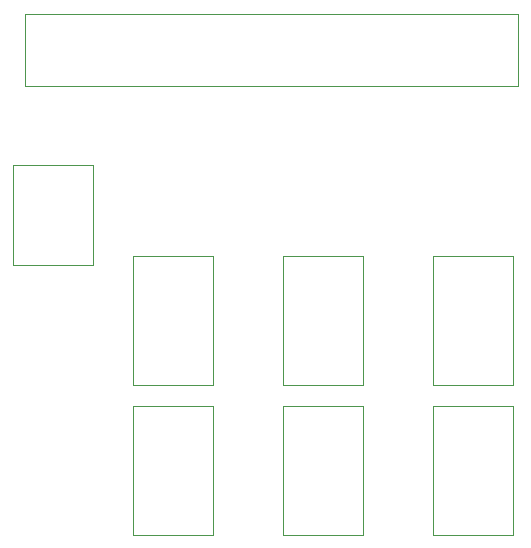
<source format=gbr>
G04 #@! TF.FileFunction,Other,User*
%FSLAX46Y46*%
G04 Gerber Fmt 4.6, Leading zero omitted, Abs format (unit mm)*
G04 Created by KiCad (PCBNEW 4.0.6-e0-6349~52~ubuntu16.10.1) date Tue Jul  4 23:13:23 2017*
%MOMM*%
%LPD*%
G01*
G04 APERTURE LIST*
%ADD10C,0.100000*%
%ADD11C,0.050000*%
G04 APERTURE END LIST*
D10*
D11*
X33980000Y14830000D02*
X40730000Y14830000D01*
X40730000Y14830000D02*
X40730000Y25730000D01*
X40730000Y25730000D02*
X33980000Y25730000D01*
X33980000Y25730000D02*
X33980000Y14830000D01*
X53870000Y46250000D02*
X12170000Y46250000D01*
X12170000Y46250000D02*
X12170000Y40100000D01*
X12170000Y40100000D02*
X53870000Y40100000D01*
X53870000Y40100000D02*
X53870000Y46250000D01*
X11120000Y24990000D02*
X17870000Y24990000D01*
X17870000Y24990000D02*
X17870000Y33390000D01*
X17870000Y33390000D02*
X11120000Y33390000D01*
X11120000Y33390000D02*
X11120000Y24990000D01*
X46680000Y14830000D02*
X53430000Y14830000D01*
X53430000Y14830000D02*
X53430000Y25730000D01*
X53430000Y25730000D02*
X46680000Y25730000D01*
X46680000Y25730000D02*
X46680000Y14830000D01*
X46680000Y2130000D02*
X53430000Y2130000D01*
X53430000Y2130000D02*
X53430000Y13030000D01*
X53430000Y13030000D02*
X46680000Y13030000D01*
X46680000Y13030000D02*
X46680000Y2130000D01*
X33980000Y2130000D02*
X40730000Y2130000D01*
X40730000Y2130000D02*
X40730000Y13030000D01*
X40730000Y13030000D02*
X33980000Y13030000D01*
X33980000Y13030000D02*
X33980000Y2130000D01*
X21280000Y14830000D02*
X28030000Y14830000D01*
X28030000Y14830000D02*
X28030000Y25730000D01*
X28030000Y25730000D02*
X21280000Y25730000D01*
X21280000Y25730000D02*
X21280000Y14830000D01*
X21280000Y2130000D02*
X28030000Y2130000D01*
X28030000Y2130000D02*
X28030000Y13030000D01*
X28030000Y13030000D02*
X21280000Y13030000D01*
X21280000Y13030000D02*
X21280000Y2130000D01*
M02*

</source>
